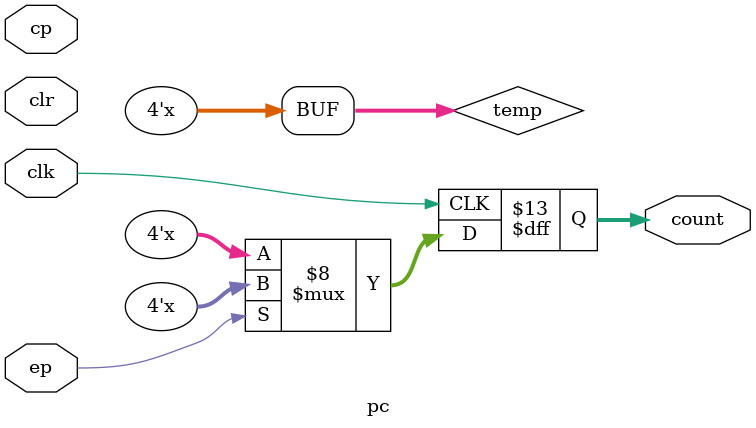
<source format=v>
`timescale 1ns / 1ps
module pc(
    input cp,ep,clk,clr,
    output reg[3:0]count
    );
    reg [3:0]temp;
    
    initial begin 
        temp = 0;
    end
    
    always@(*)
        if(cp == 1)
            temp = temp + 1; 
            
    always@( posedge clk )
    begin
       if(  ep == 1 )
       begin
            count <= temp;   
       end 
        else
            count <= 4'bzzzz;
    end
    
endmodule
</source>
